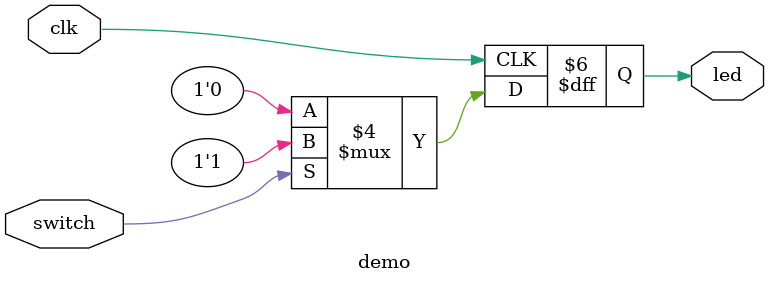
<source format=v>
`timescale 1ns / 1ps


module demo(clk, switch, led);
    input clk;
    input switch;
    output reg led;
    
    always @(posedge clk) begin
        if(switch == 1'b1) begin
            led <= 1'b1;
        end else begin
            led <= 1'b0;
        end
    end
endmodule

</source>
